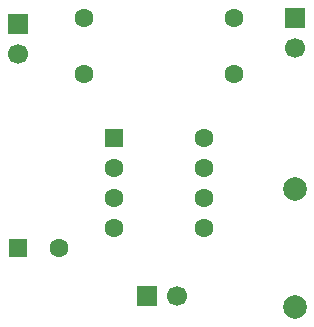
<source format=gbr>
%TF.GenerationSoftware,KiCad,Pcbnew,9.0.7*%
%TF.CreationDate,2026-01-10T14:03:12+05:30*%
%TF.ProjectId,first,66697273-742e-46b6-9963-61645f706362,rev?*%
%TF.SameCoordinates,Original*%
%TF.FileFunction,Soldermask,Top*%
%TF.FilePolarity,Negative*%
%FSLAX46Y46*%
G04 Gerber Fmt 4.6, Leading zero omitted, Abs format (unit mm)*
G04 Created by KiCad (PCBNEW 9.0.7) date 2026-01-10 14:03:12*
%MOMM*%
%LPD*%
G01*
G04 APERTURE LIST*
G04 Aperture macros list*
%AMRoundRect*
0 Rectangle with rounded corners*
0 $1 Rounding radius*
0 $2 $3 $4 $5 $6 $7 $8 $9 X,Y pos of 4 corners*
0 Add a 4 corners polygon primitive as box body*
4,1,4,$2,$3,$4,$5,$6,$7,$8,$9,$2,$3,0*
0 Add four circle primitives for the rounded corners*
1,1,$1+$1,$2,$3*
1,1,$1+$1,$4,$5*
1,1,$1+$1,$6,$7*
1,1,$1+$1,$8,$9*
0 Add four rect primitives between the rounded corners*
20,1,$1+$1,$2,$3,$4,$5,0*
20,1,$1+$1,$4,$5,$6,$7,0*
20,1,$1+$1,$6,$7,$8,$9,0*
20,1,$1+$1,$8,$9,$2,$3,0*%
G04 Aperture macros list end*
%ADD10R,1.700000X1.700000*%
%ADD11C,1.700000*%
%ADD12C,1.600000*%
%ADD13RoundRect,0.250000X-0.550000X-0.550000X0.550000X-0.550000X0.550000X0.550000X-0.550000X0.550000X0*%
%ADD14C,2.000000*%
G04 APERTURE END LIST*
D10*
%TO.C,BATTERY*%
X82500000Y-83500000D03*
D11*
X82500000Y-86040000D03*
%TD*%
D10*
%TO.C,SENSE*%
X106000000Y-82960000D03*
D11*
X106000000Y-85500000D03*
%TD*%
D12*
%TO.C,R2*%
X88150000Y-87750000D03*
X100850000Y-87750000D03*
%TD*%
%TO.C,R1*%
X88150000Y-83000000D03*
X100850000Y-83000000D03*
%TD*%
%TO.C,C2*%
X86000000Y-102500000D03*
D13*
X82500000Y-102500000D03*
%TD*%
D11*
%TO.C,BUZZER*%
X96000000Y-106500000D03*
D10*
X93460000Y-106500000D03*
%TD*%
D14*
%TO.C,C1*%
X106000000Y-97500000D03*
X106000000Y-107500000D03*
%TD*%
D12*
%TO.C,U1*%
X98315000Y-93190000D03*
X98315000Y-95730000D03*
X98315000Y-98270000D03*
X98315000Y-100810000D03*
X90695000Y-100810000D03*
X90695000Y-98270000D03*
X90695000Y-95730000D03*
D13*
X90695000Y-93190000D03*
%TD*%
M02*

</source>
